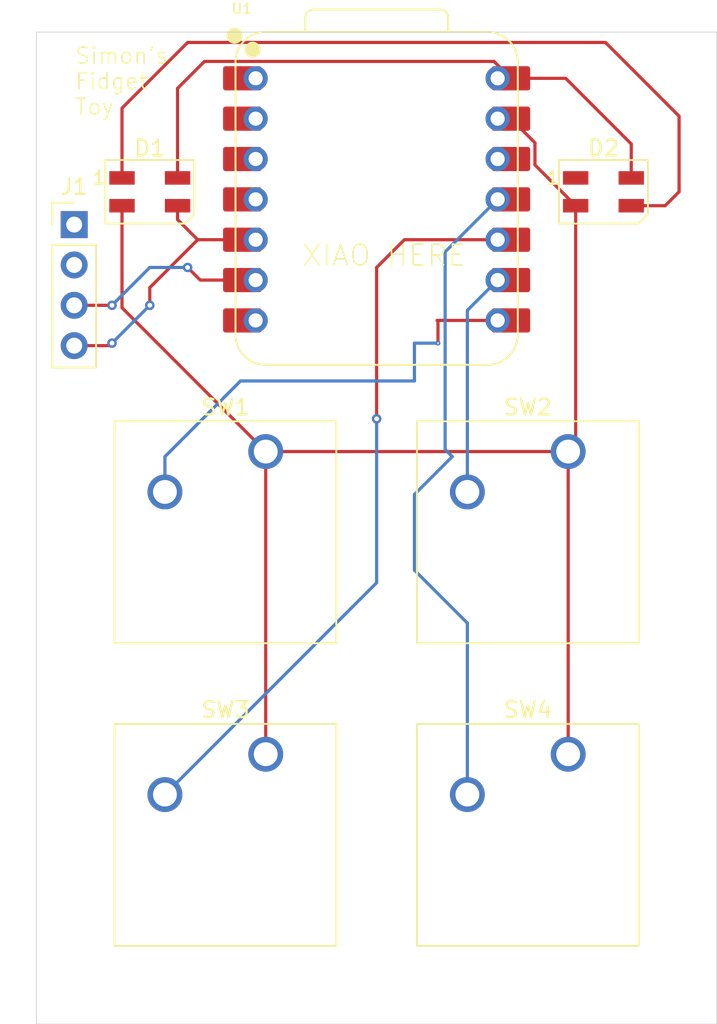
<source format=kicad_pcb>
(kicad_pcb (version 20241229) (generator "pcbnew") (generator_version "9.0")
  (layers (0 "F.Cu" signal) (2 "B.Cu" signal) (13 "F.Paste" user) (15 "B.Paste" user) (5 "F.SilkS" user "F.Silkscreen") (7 "B.SilkS" user "B.Silkscreen") (1 "F.Mask" user) (3 "B.Mask" user) (25 "Edge.Cuts" user))
  (net 0 "")
  (net 1 "Net-(D1-DIN)")
  (net 2 "GND")
  (net 3 "Net-(D1-DOUT)")
  (net 4 "+5V")
  (net 6 "Net-(U1-GPIO1{slash}RX)")
  (net 7 "Net-(U1-GPIO2{slash}SCK)")
  (net 8 "Net-(U1-GPIO4{slash}MISO)")
  (net 9 "Net-(U1-GPIO3{slash}MOSI)")
  (net 15 "Net-(J1-Pin_3)")
  (footprint "Connector_PinHeader_2.54mm:PinHeader_1x04_P2.54mm_Vertical" (layer "F.Cu") (at 133.35 52.07)
    (property "Reference" "J1" (at 0 -2.38 0) (layer "F.SilkS"))
    (property "Value" "Conn_01x04")
    (fp_line (start -1.38 -1.38) (end 0 -1.38) (stroke (width 0.12)) (layer "F.SilkS"))
    (fp_line (start -1.38 0) (end -1.38 -1.38) (stroke (width 0.12)) (layer "F.SilkS"))
    (fp_line (start -1.38 1.27) (end -1.38 9) (stroke (width 0.12)) (layer "F.SilkS"))
    (fp_line (start -1.38 1.27) (end 1.38 1.27) (stroke (width 0.12)) (layer "F.SilkS"))
    (fp_line (start -1.38 9) (end 1.38 9) (stroke (width 0.12)) (layer "F.SilkS"))
    (fp_line (start 1.38 1.27) (end 1.38 9) (stroke (width 0.12)) (layer "F.SilkS"))
    (pad "1" thru_hole rect (at 0 0) (size 1.7 1.7) (drill 1) (layers "*.Cu" "*.Mask"))
    (pad "2" thru_hole circle (at 0 2.54) (size 1.7 1.7) (drill 1) (layers "*.Cu" "*.Mask"))
    (pad "3" thru_hole circle (at 0 5.08) (size 1.7 1.7) (drill 1) (layers "*.Cu" "*.Mask") (net 15 "Net-(J1-Pin_3)"))
    (pad "4" thru_hole circle (at 0 7.62) (size 1.7 1.7) (drill 1) (layers "*.Cu" "*.Mask") (net 1 "Net-(D1-DIN)"))
  )
  (footprint "Button_Switch_Keyboard:SW_Cherry_MX_1.00u_PCB" (layer "F.Cu") (at 164.465 66.3575)
    (property "Reference" "SW2" (at -2.54 -2.794 0) (layer "F.SilkS"))
    (property "Value" "SW_Push")
    (fp_line (start -9.525 -1.905) (end 4.445 -1.905) (stroke (width 0.12)) (layer "F.SilkS"))
    (fp_line (start -9.525 12.065) (end -9.525 -1.905) (stroke (width 0.12)) (layer "F.SilkS"))
    (fp_line (start 4.445 -1.905) (end 4.445 12.065) (stroke (width 0.12)) (layer "F.SilkS"))
    (fp_line (start 4.445 12.065) (end -9.525 12.065) (stroke (width 0.12)) (layer "F.SilkS"))
    (pad "" np_thru_hole circle (at -7.62 5.08) (size 1.7 1.7) (drill 1.7) (layers "*.Cu" "*.Mask"))
    (pad "" np_thru_hole circle (at -2.54 5.08) (size 4 4) (drill 4) (layers "*.Cu" "*.Mask"))
    (pad "" np_thru_hole circle (at 2.54 5.08) (size 1.7 1.7) (drill 1.7) (layers "*.Cu" "*.Mask"))
    (pad "1" thru_hole circle (at 0 0) (size 2.2 2.2) (drill 1.5) (layers "*.Cu" "*.Mask") (net 2 "GND"))
    (pad "2" thru_hole circle (at -6.35 2.54) (size 2.2 2.2) (drill 1.5) (layers "*.Cu" "*.Mask") (net 7 "Net-(U1-GPIO2{slash}SCK)"))
  )
  (footprint "LED_SMD:LED_SK6812MINI_PLCC4_3.5x3.5mm_P1.75mm" (layer "F.Cu") (at 138.1125 50.00625)
    (property "Reference" "D1" (at 0 -2.75 0) (layer "F.SilkS"))
    (property "Value" "SK6812MINI")
    (fp_line (start -2.8 -2) (end -2.8 2) (stroke (width 0.12)) (layer "F.SilkS"))
    (fp_line (start -2.8 -2) (end 2.8 -2) (stroke (width 0.12)) (layer "F.SilkS"))
    (fp_line (start -2.8 2) (end 2.2 2) (stroke (width 0.12)) (layer "F.SilkS"))
    (fp_line (start 2.8 1.4) (end 2.2 2) (stroke (width 0.12)) (layer "F.SilkS"))
    (fp_line (start 2.8 1.4) (end 2.8 -2) (stroke (width 0.12)) (layer "F.SilkS"))
    (fp_text user "1" (at -3.2 -0.875 0) (layer "F.SilkS") (effects (font (size 0.8 0.8))))
    (pad "1" smd rect (at -1.75 -0.875) (size 1.6 0.85) (layers "F.Cu" "F.Mask" "F.Paste") (net 3 "Net-(D1-DOUT)"))
    (pad "2" smd rect (at -1.75 0.875) (size 1.6 0.85) (layers "F.Cu" "F.Mask" "F.Paste") (net 2 "GND"))
    (pad "3" smd rect (at 1.75 0.875) (size 1.6 0.85) (layers "F.Cu" "F.Mask" "F.Paste") (net 1 "Net-(D1-DIN)"))
    (pad "4" smd rect (at 1.75 -0.875) (size 1.6 0.85) (layers "F.Cu" "F.Mask" "F.Paste") (net 4 "+5V"))
  )
  (footprint "OPL:XIAO-RP2040-DIP" (layer "F.Cu") (at 152.4 50.4825)
    (property "Reference" "U1" (at -8.5 -12 0) (layer "F.SilkS") (effects (font (size 0.635 0.635) (thickness 0.1016))))
    (property "Value" "XIAO-RP2040-DIP")
    (fp_line (start -8.89 8.509) (end -8.89 -8.636) (stroke (width 0.127)) (layer "F.SilkS"))
    (fp_line (start -6.985 10.414) (end 6.985 10.414) (stroke (width 0.127)) (layer "F.SilkS"))
    (fp_line (start -4.495 -10.541) (end -4.491272 -11.451272) (stroke (width 0.127)) (layer "F.SilkS"))
    (fp_line (start -3.991272 -11.951) (end 4.004 -11.951) (stroke (width 0.127)) (layer "F.SilkS"))
    (fp_line (start 4.504 -11.451) (end 4.504 -10.541) (stroke (width 0.127)) (layer "F.SilkS"))
    (fp_line (start 6.985 -10.541) (end -6.985 -10.541) (stroke (width 0.1)) (layer "F.SilkS"))
    (fp_line (start 6.985 -10.541) (end -6.985 -10.541) (stroke (width 0.127)) (layer "F.SilkS"))
    (fp_line (start 8.89 8.509) (end 8.89 -8.636) (stroke (width 0.127)) (layer "F.SilkS"))
    (fp_arc (start -8.89 -8.636) (mid -8.332038 -9.983038) (end -6.985 -10.541) (stroke (width 0.127)) (layer "F.SilkS"))
    (fp_arc (start -6.985 10.414) (mid -8.332038 9.856038) (end -8.89 8.509) (stroke (width 0.127)) (layer "F.SilkS"))
    (fp_arc (start -4.491272 -11.451272) (mid -4.344728 -11.80464) (end -3.991272 -11.951) (stroke (width 0.127)) (layer "F.SilkS"))
    (fp_arc (start 4.004 -11.951) (mid 4.357553 -11.804553) (end 4.504 -11.451) (stroke (width 0.127)) (layer "F.SilkS"))
    (fp_arc (start 6.985 -10.541) (mid 8.332038 -9.983038) (end 8.89 -8.636) (stroke (width 0.127)) (layer "F.SilkS"))
    (fp_arc (start 8.89 8.509) (mid 8.332038 9.856038) (end 6.985 10.414) (stroke (width 0.127)) (layer "F.SilkS"))
    (fp_circle (center -8.95 -10.3) (end -8.95 -10.554) (stroke (width 0.5)) (fill yes) (layer "F.SilkS"))
    (fp_circle (center -7.807 -9.42) (end -7.807 -9.674) (stroke (width 0.5)) (fill yes) (layer "F.SilkS"))
    (pad "1" smd roundrect (at -8.455 -7.62 180) (size 2.432 1.524) (layers "F.Cu" "F.Mask") (roundrect_rratio 0.1))
    (pad "1" thru_hole circle (at -7.62 -7.62 180) (size 1.524 1.524) (drill 0.889) (layers "*.Cu" "*.Mask"))
    (pad "2" smd roundrect (at -8.455 -5.08 180) (size 2.432 1.524) (layers "F.Cu" "F.Mask") (roundrect_rratio 0.1))
    (pad "2" thru_hole circle (at -7.62 -5.08 180) (size 1.524 1.524) (drill 0.889) (layers "*.Cu" "*.Mask"))
    (pad "3" smd roundrect (at -8.455 -2.54 180) (size 2.432 1.524) (layers "F.Cu" "F.Mask") (roundrect_rratio 0.1))
    (pad "3" thru_hole circle (at -7.62 -2.54 180) (size 1.524 1.524) (drill 0.889) (layers "*.Cu" "*.Mask"))
    (pad "4" smd roundrect (at -8.455 0 180) (size 2.432 1.524) (layers "F.Cu" "F.Mask") (roundrect_rratio 0.1))
    (pad "4" thru_hole circle (at -7.62 0 180) (size 1.524 1.524) (drill 0.889) (layers "*.Cu" "*.Mask"))
    (pad "5" smd roundrect (at -8.455 2.54 180) (size 2.432 1.524) (layers "F.Cu" "F.Mask") (roundrect_rratio 0.1) (net 1 "Net-(D1-DIN)"))
    (pad "5" thru_hole circle (at -7.62 2.54 180) (size 1.524 1.524) (drill 0.889) (layers "*.Cu" "*.Mask") (net 1 "Net-(D1-DIN)"))
    (pad "6" smd roundrect (at -8.455 5.08 180) (size 2.432 1.524) (layers "F.Cu" "F.Mask") (roundrect_rratio 0.1) (net 15 "Net-(J1-Pin_3)"))
    (pad "6" thru_hole circle (at -7.62 5.08 180) (size 1.524 1.524) (drill 0.889) (layers "*.Cu" "*.Mask") (net 15 "Net-(J1-Pin_3)"))
    (pad "7" smd roundrect (at -8.455 7.62 180) (size 2.432 1.524) (layers "F.Cu" "F.Mask") (roundrect_rratio 0.1))
    (pad "7" thru_hole circle (at -7.62 7.62 180) (size 1.524 1.524) (drill 0.889) (layers "*.Cu" "*.Mask"))
    (pad "8" thru_hole circle (at 7.62 7.62) (size 1.524 1.524) (drill 0.889) (layers "*.Cu" "*.Mask") (net 6 "Net-(U1-GPIO1{slash}RX)"))
    (pad "8" smd roundrect (at 8.455 7.62) (size 2.432 1.524) (layers "F.Cu" "F.Mask") (roundrect_rratio 0.1) (net 6 "Net-(U1-GPIO1{slash}RX)"))
    (pad "9" thru_hole circle (at 7.62 5.08) (size 1.524 1.524) (drill 0.889) (layers "*.Cu" "*.Mask") (net 7 "Net-(U1-GPIO2{slash}SCK)"))
    (pad "9" smd roundrect (at 8.455 5.08) (size 2.432 1.524) (layers "F.Cu" "F.Mask") (roundrect_rratio 0.1) (net 7 "Net-(U1-GPIO2{slash}SCK)"))
    (pad "10" thru_hole circle (at 7.62 2.54) (size 1.524 1.524) (drill 0.889) (layers "*.Cu" "*.Mask") (net 8 "Net-(U1-GPIO4{slash}MISO)"))
    (pad "10" smd roundrect (at 8.455 2.54) (size 2.432 1.524) (layers "F.Cu" "F.Mask") (roundrect_rratio 0.1) (net 8 "Net-(U1-GPIO4{slash}MISO)"))
    (pad "11" thru_hole circle (at 7.62 0) (size 1.524 1.524) (drill 0.889) (layers "*.Cu" "*.Mask") (net 9 "Net-(U1-GPIO3{slash}MOSI)"))
    (pad "11" smd roundrect (at 8.455 0) (size 2.432 1.524) (layers "F.Cu" "F.Mask") (roundrect_rratio 0.1) (net 9 "Net-(U1-GPIO3{slash}MOSI)"))
    (pad "12" thru_hole circle (at 7.62 -2.54) (size 1.524 1.524) (drill 0.889) (layers "*.Cu" "*.Mask"))
    (pad "12" smd roundrect (at 8.455 -2.54) (size 2.432 1.524) (layers "F.Cu" "F.Mask") (roundrect_rratio 0.1))
    (pad "13" thru_hole circle (at 7.62 -5.08) (size 1.524 1.524) (drill 0.889) (layers "*.Cu" "*.Mask") (net 2 "GND"))
    (pad "13" smd roundrect (at 8.455 -5.08) (size 2.432 1.524) (layers "F.Cu" "F.Mask") (roundrect_rratio 0.1) (net 2 "GND"))
    (pad "14" thru_hole circle (at 7.62 -7.62) (size 1.524 1.524) (drill 0.889) (layers "*.Cu" "*.Mask") (net 4 "+5V"))
    (pad "14" smd roundrect (at 8.455 -7.62) (size 2.432 1.524) (layers "F.Cu" "F.Mask") (roundrect_rratio 0.1) (net 4 "+5V"))
  )
  (footprint "Button_Switch_Keyboard:SW_Cherry_MX_1.00u_PCB" (layer "F.Cu") (at 164.465 85.4075)
    (property "Reference" "SW4" (at -2.54 -2.794 0) (layer "F.SilkS"))
    (property "Value" "SW_Push")
    (fp_line (start -9.525 -1.905) (end 4.445 -1.905) (stroke (width 0.12)) (layer "F.SilkS"))
    (fp_line (start -9.525 12.065) (end -9.525 -1.905) (stroke (width 0.12)) (layer "F.SilkS"))
    (fp_line (start 4.445 -1.905) (end 4.445 12.065) (stroke (width 0.12)) (layer "F.SilkS"))
    (fp_line (start 4.445 12.065) (end -9.525 12.065) (stroke (width 0.12)) (layer "F.SilkS"))
    (pad "" np_thru_hole circle (at -7.62 5.08) (size 1.7 1.7) (drill 1.7) (layers "*.Cu" "*.Mask"))
    (pad "" np_thru_hole circle (at -2.54 5.08) (size 4 4) (drill 4) (layers "*.Cu" "*.Mask"))
    (pad "" np_thru_hole circle (at 2.54 5.08) (size 1.7 1.7) (drill 1.7) (layers "*.Cu" "*.Mask"))
    (pad "1" thru_hole circle (at 0 0) (size 2.2 2.2) (drill 1.5) (layers "*.Cu" "*.Mask") (net 2 "GND"))
    (pad "2" thru_hole circle (at -6.35 2.54) (size 2.2 2.2) (drill 1.5) (layers "*.Cu" "*.Mask") (net 9 "Net-(U1-GPIO3{slash}MOSI)"))
  )
  (footprint "Button_Switch_Keyboard:SW_Cherry_MX_1.00u_PCB" (layer "F.Cu") (at 145.415 85.4075)
    (property "Reference" "SW3" (at -2.54 -2.794 0) (layer "F.SilkS"))
    (property "Value" "SW_Push")
    (fp_line (start -9.525 -1.905) (end 4.445 -1.905) (stroke (width 0.12)) (layer "F.SilkS"))
    (fp_line (start -9.525 12.065) (end -9.525 -1.905) (stroke (width 0.12)) (layer "F.SilkS"))
    (fp_line (start 4.445 -1.905) (end 4.445 12.065) (stroke (width 0.12)) (layer "F.SilkS"))
    (fp_line (start 4.445 12.065) (end -9.525 12.065) (stroke (width 0.12)) (layer "F.SilkS"))
    (pad "" np_thru_hole circle (at -7.62 5.08) (size 1.7 1.7) (drill 1.7) (layers "*.Cu" "*.Mask"))
    (pad "" np_thru_hole circle (at -2.54 5.08) (size 4 4) (drill 4) (layers "*.Cu" "*.Mask"))
    (pad "" np_thru_hole circle (at 2.54 5.08) (size 1.7 1.7) (drill 1.7) (layers "*.Cu" "*.Mask"))
    (pad "1" thru_hole circle (at 0 0) (size 2.2 2.2) (drill 1.5) (layers "*.Cu" "*.Mask") (net 2 "GND"))
    (pad "2" thru_hole circle (at -6.35 2.54) (size 2.2 2.2) (drill 1.5) (layers "*.Cu" "*.Mask") (net 8 "Net-(U1-GPIO4{slash}MISO)"))
  )
  (footprint "LED_SMD:LED_SK6812MINI_PLCC4_3.5x3.5mm_P1.75mm" (layer "F.Cu") (at 166.6875 50.00625)
    (property "Reference" "D2" (at 0 -2.75 0) (layer "F.SilkS"))
    (property "Value" "SK6812MINI")
    (fp_line (start -2.8 -2) (end -2.8 2) (stroke (width 0.12)) (layer "F.SilkS"))
    (fp_line (start -2.8 -2) (end 2.8 -2) (stroke (width 0.12)) (layer "F.SilkS"))
    (fp_line (start -2.8 2) (end 2.2 2) (stroke (width 0.12)) (layer "F.SilkS"))
    (fp_line (start 2.8 1.4) (end 2.2 2) (stroke (width 0.12)) (layer "F.SilkS"))
    (fp_line (start 2.8 1.4) (end 2.8 -2) (stroke (width 0.12)) (layer "F.SilkS"))
    (fp_text user "1" (at -3.2 -0.875 0) (layer "F.SilkS") (effects (font (size 0.8 0.8))))
    (pad "1" smd rect (at -1.75 -0.875) (size 1.6 0.85) (layers "F.Cu" "F.Mask" "F.Paste"))
    (pad "2" smd rect (at -1.75 0.875) (size 1.6 0.85) (layers "F.Cu" "F.Mask" "F.Paste") (net 2 "GND"))
    (pad "3" smd rect (at 1.75 0.875) (size 1.6 0.85) (layers "F.Cu" "F.Mask" "F.Paste") (net 3 "Net-(D1-DOUT)"))
    (pad "4" smd rect (at 1.75 -0.875) (size 1.6 0.85) (layers "F.Cu" "F.Mask" "F.Paste") (net 4 "+5V"))
  )
  (footprint "Button_Switch_Keyboard:SW_Cherry_MX_1.00u_PCB" (layer "F.Cu") (at 145.415 66.3575)
    (property "Reference" "SW1" (at -2.54 -2.794 0) (layer "F.SilkS"))
    (property "Value" "SW_Push")
    (fp_line (start -9.525 -1.905) (end 4.445 -1.905) (stroke (width 0.12)) (layer "F.SilkS"))
    (fp_line (start -9.525 12.065) (end -9.525 -1.905) (stroke (width 0.12)) (layer "F.SilkS"))
    (fp_line (start 4.445 -1.905) (end 4.445 12.065) (stroke (width 0.12)) (layer "F.SilkS"))
    (fp_line (start 4.445 12.065) (end -9.525 12.065) (stroke (width 0.12)) (layer "F.SilkS"))
    (pad "" np_thru_hole circle (at -7.62 5.08) (size 1.7 1.7) (drill 1.7) (layers "*.Cu" "*.Mask"))
    (pad "" np_thru_hole circle (at -2.54 5.08) (size 4 4) (drill 4) (layers "*.Cu" "*.Mask"))
    (pad "" np_thru_hole circle (at 2.54 5.08) (size 1.7 1.7) (drill 1.7) (layers "*.Cu" "*.Mask"))
    (pad "1" thru_hole circle (at 0 0) (size 2.2 2.2) (drill 1.5) (layers "*.Cu" "*.Mask") (net 2 "GND"))
    (pad "2" thru_hole circle (at -6.35 2.54) (size 2.2 2.2) (drill 1.5) (layers "*.Cu" "*.Mask") (net 6 "Net-(U1-GPIO1{slash}RX)"))
  )
  (gr_rect (start 130.96875 39.9542) (end 173.83125 102.39375) (stroke (width 0.05)) (fill no) (layer "Edge.Cuts"))
  (gr_text "XIAO HERE" (at 147.6375 54.76875 0) (layer "F.SilkS") (effects (font (size 1.3 1.3) (thickness 0.1)) (justify left bottom)))
  (gr_text "Simon's\nFidget\nToy" (at 133.35 45.24375 0) (layer "F.SilkS") (effects (font (size 1 1) (thickness 0.1)) (justify left bottom)))
  (segment (start 139.8625 51.75625) (end 141.12875 53.0225) (width 0.2) (layer "F.Cu") (net 1))
  (segment (start 141.12875 53.0225) (end 143.945 53.0225) (width 0.2) (layer "F.Cu") (net 1))
  (segment (start 135.5725 59.69) (end 135.73125 59.53125) (width 0.2) (layer "F.Cu") (net 1))
  (segment (start 138.1125 56.03875) (end 141.12875 53.0225) (width 0.2) (layer "F.Cu") (net 1))
  (segment (start 133.35 59.69) (end 135.5725 59.69) (width 0.2) (layer "F.Cu") (net 1))
  (segment (start 138.1125 57.15) (end 138.1125 56.03875) (width 0.2) (layer "F.Cu") (net 1))
  (segment (start 139.8625 50.88125) (end 139.8625 51.75625) (width 0.2) (layer "F.Cu") (net 1))
  (via (at 135.73125 59.53125) (size 0.6) (drill 0.3) (layers "F.Cu" "B.Cu") (net 1))
  (via (at 138.1125 57.15) (size 0.6) (drill 0.3) (layers "F.Cu" "B.Cu") (net 1))
  (segment (start 135.73125 59.53125) (end 138.1125 57.15) (width 0.2) (layer "B.Cu") (net 1))
  (segment (start 145.415 66.3575) (end 137.16 58.1025) (width 0.2) (layer "F.Cu") (net 2))
  (segment (start 164.9375 65.885) (end 164.465 66.3575) (width 0.2) (layer "F.Cu") (net 2))
  (segment (start 145.415 66.3575) (end 145.415 85.4075) (width 0.2) (layer "F.Cu") (net 2))
  (segment (start 164.465 66.3575) (end 145.415 66.3575) (width 0.2) (layer "F.Cu") (net 2))
  (segment (start 164.465 66.3575) (end 164.465 85.4075) (width 0.2) (layer "F.Cu") (net 2))
  (segment (start 162.372 48.31575) (end 162.372 46.9195) (width 0.2) (layer "F.Cu") (net 2))
  (segment (start 137.16 58.1025) (end 136.3625 57.305) (width 0.2) (layer "F.Cu") (net 2))
  (segment (start 164.9375 50.88125) (end 162.372 48.31575) (width 0.2) (layer "F.Cu") (net 2))
  (segment (start 164.9375 50.88125) (end 164.9375 65.885) (width 0.2) (layer "F.Cu") (net 2))
  (segment (start 136.3625 57.305) (end 136.3625 50.88125) (width 0.2) (layer "F.Cu") (net 2))
  (segment (start 162.372 46.9195) (end 160.855 45.4025) (width 0.2) (layer "F.Cu") (net 2))
  (segment (start 170.575 50.88125) (end 168.4375 50.88125) (width 0.2) (layer "F.Cu") (net 3))
  (segment (start 171.45 50.00625) (end 170.575 50.88125) (width 0.2) (layer "F.Cu") (net 3))
  (segment (start 171.45 45.24375) (end 171.45 50.00625) (width 0.2) (layer "F.Cu") (net 3))
  (segment (start 166.81225 40.606) (end 171.45 45.24375) (width 0.2) (layer "F.Cu") (net 3))
  (segment (start 140.49375 40.606) (end 166.81225 40.606) (width 0.2) (layer "F.Cu") (net 3))
  (segment (start 136.3625 49.13125) (end 136.3625 44.73725) (width 0.2) (layer "F.Cu") (net 3))
  (segment (start 136.3625 44.73725) (end 140.49375 40.606) (width 0.2) (layer "F.Cu") (net 3))
  (segment (start 168.4375 49.13125) (end 168.4375 46.99375) (width 0.2) (layer "F.Cu") (net 4))
  (segment (start 139.8625 43.49375) (end 141.55675 41.7995) (width 0.2) (layer "F.Cu") (net 4))
  (segment (start 168.4375 46.99375) (end 164.30625 42.8625) (width 0.2) (layer "F.Cu") (net 4))
  (segment (start 164.30625 42.8625) (end 160.855 42.8625) (width 0.2) (layer "F.Cu") (net 4))
  (segment (start 159.792 41.7995) (end 160.855 42.8625) (width 0.2) (layer "F.Cu") (net 4))
  (segment (start 139.8625 49.13125) (end 139.8625 43.49375) (width 0.2) (layer "F.Cu") (net 4))
  (segment (start 141.55675 41.7995) (end 159.792 41.7995) (width 0.2) (layer "F.Cu") (net 4))
  (segment (start 160.02 58.1025) (end 156.21 58.1025) (width 0.2) (layer "F.Cu") (net 6))
  (segment (start 156.264 59.53125) (end 156.264 58.1565) (width 0.2) (layer "F.Cu") (net 6))
  (segment (start 156.264 58.1565) (end 156.21 58.1025) (width 0.2) (layer "F.Cu") (net 6))
  (via micro (at 156.264 59.53125) (size 0.3) (drill 0.1) (layers "F.Cu" "B.Cu") (net 6))
  (segment (start 154.78125 59.53125) (end 156.264 59.53125) (width 0.2) (layer "B.Cu") (net 6))
  (segment (start 154.78125 61.9125) (end 143.8275 61.9125) (width 0.2) (layer "B.Cu") (net 6))
  (segment (start 143.8275 61.9125) (end 139.065 66.675) (width 0.2) (layer "B.Cu") (net 6))
  (segment (start 139.065 66.675) (end 139.065 68.8975) (width 0.2) (layer "B.Cu") (net 6))
  (segment (start 154.78125 61.9125) (end 154.78125 59.53125) (width 0.2) (layer "B.Cu") (net 6))
  (segment (start 160.02 55.5625) (end 158.115 57.4675) (width 0.2) (layer "B.Cu") (net 7))
  (segment (start 158.115 57.4675) (end 158.115 68.8975) (width 0.2) (layer "B.Cu") (net 7))
  (segment (start 160.855 53.0225) (end 154.14625 53.0225) (width 0.2) (layer "F.Cu") (net 8))
  (segment (start 152.4 64.29375) (end 152.4 54.76875) (width 0.2) (layer "F.Cu") (net 8))
  (segment (start 154.14625 53.0225) (end 152.4 54.76875) (width 0.2) (layer "F.Cu") (net 8))
  (via (at 152.4 64.29375) (size 0.6) (drill 0.3) (layers "F.Cu" "B.Cu") (net 8))
  (segment (start 152.4 74.6125) (end 152.4 64.29375) (width 0.2) (layer "B.Cu") (net 8))
  (segment (start 139.065 87.9475) (end 152.4 74.6125) (width 0.2) (layer "B.Cu") (net 8))
  (segment (start 157.1625 66.675) (end 154.78125 69.05625) (width 0.2) (layer "B.Cu") (net 9))
  (segment (start 158.115 77.1525) (end 158.115 87.9475) (width 0.2) (layer "B.Cu") (net 9))
  (segment (start 156.714 53.7885) (end 156.714 66.2265) (width 0.2) (layer "B.Cu") (net 9))
  (segment (start 160.02 50.4825) (end 156.714 53.7885) (width 0.2) (layer "B.Cu") (net 9))
  (segment (start 154.78125 69.05625) (end 154.78125 73.81875) (width 0.2) (layer "B.Cu") (net 9))
  (segment (start 156.714 66.2265) (end 157.1625 66.675) (width 0.2) (layer "B.Cu") (net 9))
  (segment (start 154.78125 73.81875) (end 158.115 77.1525) (width 0.2) (layer "B.Cu") (net 9))
  (segment (start 133.35 57.15) (end 135.73125 57.15) (width 0.2) (layer "F.Cu") (net 15))
  (segment (start 141.2875 55.5625) (end 143.945 55.5625) (width 0.2) (layer "F.Cu") (net 15))
  (segment (start 140.49375 54.76875) (end 141.2875 55.5625) (width 0.2) (layer "F.Cu") (net 15))
  (via (at 135.73125 57.15) (size 0.6) (drill 0.3) (layers "F.Cu" "B.Cu") (net 15))
  (via (at 140.49375 54.76875) (size 0.6) (drill 0.3) (layers "F.Cu" "B.Cu") (net 15))
  (segment (start 135.73125 57.15) (end 138.1125 54.76875) (width 0.2) (layer "B.Cu") (net 15))
  (segment (start 138.1125 54.76875) (end 140.49375 54.76875) (width 0.2) (layer "B.Cu") (net 15))
)
</source>
